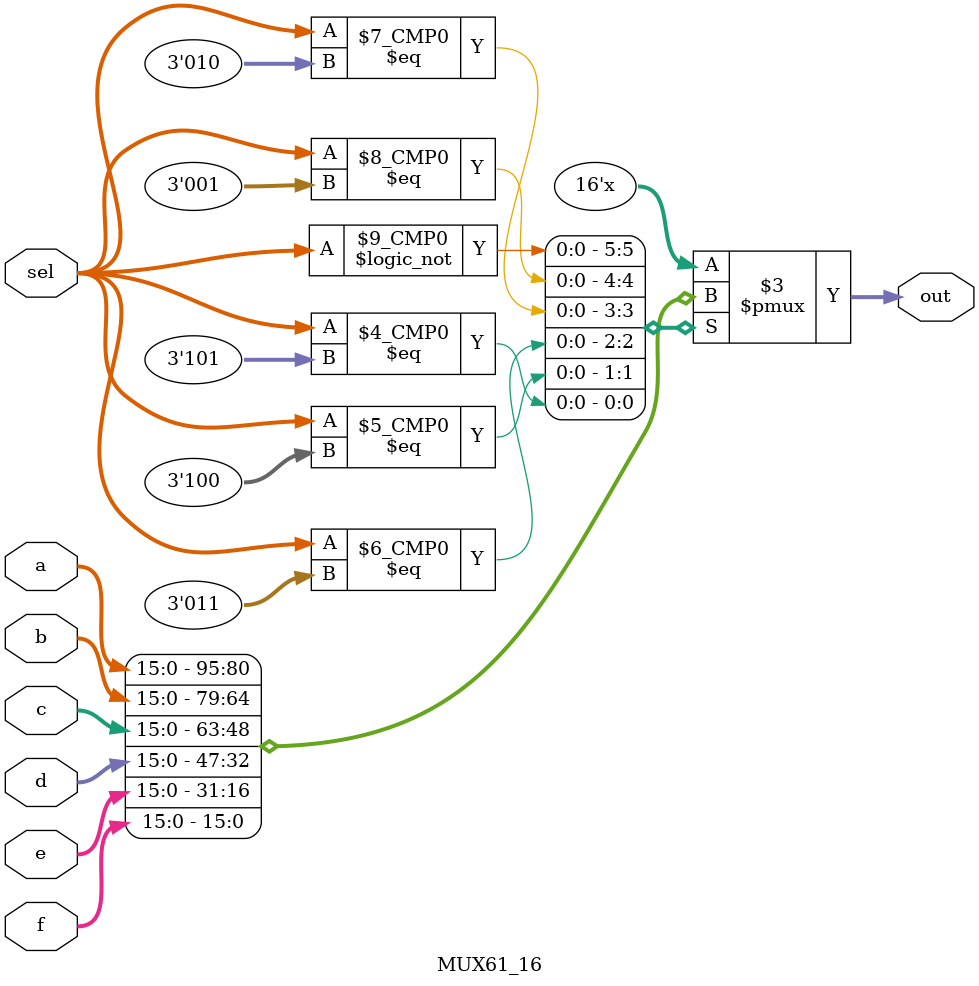
<source format=v>
module MUX61_16(out,sel,a,b,c,d,e,f);
  output[15:0] out;
  input[15:0] a,b,c,d,e,f;
  input [2:0] sel;
  reg [15:0] out;

  always@(sel or a or b or c or d or e or f)
      case(sel)
          3'b000: out=a;
          3'b001: out=b;
          3'b010: out=c; 
          3'b011: out=d;
          3'b100: out=e;
          3'b101: out=f;          
          default: out=16'hxxxx;       
      endcase
endmodule
</source>
